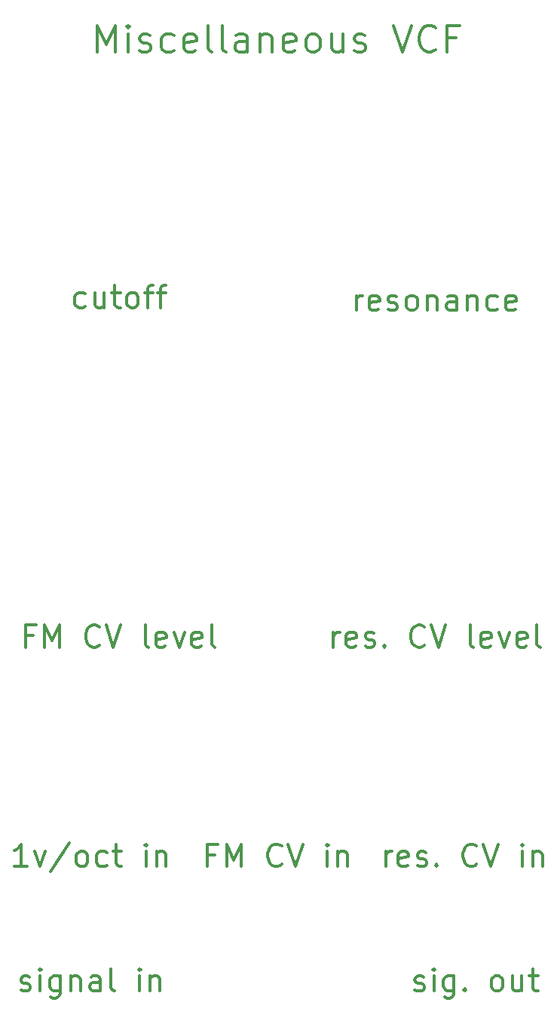
<source format=gbr>
%TF.GenerationSoftware,KiCad,Pcbnew,5.1.6-c6e7f7d~87~ubuntu18.04.1*%
%TF.CreationDate,2020-07-29T19:06:40-04:00*%
%TF.ProjectId,front_panel,66726f6e-745f-4706-916e-656c2e6b6963,rev?*%
%TF.SameCoordinates,Original*%
%TF.FileFunction,Legend,Top*%
%TF.FilePolarity,Positive*%
%FSLAX46Y46*%
G04 Gerber Fmt 4.6, Leading zero omitted, Abs format (unit mm)*
G04 Created by KiCad (PCBNEW 5.1.6-c6e7f7d~87~ubuntu18.04.1) date 2020-07-29 19:06:40*
%MOMM*%
%LPD*%
G01*
G04 APERTURE LIST*
%ADD10C,0.300000*%
G04 APERTURE END LIST*
D10*
X10085714Y-10247142D02*
X10085714Y-7247142D01*
X11085714Y-9390000D01*
X12085714Y-7247142D01*
X12085714Y-10247142D01*
X13514285Y-10247142D02*
X13514285Y-8247142D01*
X13514285Y-7247142D02*
X13371428Y-7390000D01*
X13514285Y-7532857D01*
X13657142Y-7390000D01*
X13514285Y-7247142D01*
X13514285Y-7532857D01*
X14799999Y-10104285D02*
X15085714Y-10247142D01*
X15657142Y-10247142D01*
X15942857Y-10104285D01*
X16085714Y-9818571D01*
X16085714Y-9675714D01*
X15942857Y-9390000D01*
X15657142Y-9247142D01*
X15228571Y-9247142D01*
X14942857Y-9104285D01*
X14799999Y-8818571D01*
X14799999Y-8675714D01*
X14942857Y-8390000D01*
X15228571Y-8247142D01*
X15657142Y-8247142D01*
X15942857Y-8390000D01*
X18657142Y-10104285D02*
X18371428Y-10247142D01*
X17800000Y-10247142D01*
X17514285Y-10104285D01*
X17371428Y-9961428D01*
X17228571Y-9675714D01*
X17228571Y-8818571D01*
X17371428Y-8532857D01*
X17514285Y-8390000D01*
X17800000Y-8247142D01*
X18371428Y-8247142D01*
X18657142Y-8390000D01*
X21085714Y-10104285D02*
X20800000Y-10247142D01*
X20228571Y-10247142D01*
X19942857Y-10104285D01*
X19800000Y-9818571D01*
X19800000Y-8675714D01*
X19942857Y-8390000D01*
X20228571Y-8247142D01*
X20800000Y-8247142D01*
X21085714Y-8390000D01*
X21228571Y-8675714D01*
X21228571Y-8961428D01*
X19800000Y-9247142D01*
X22942857Y-10247142D02*
X22657142Y-10104285D01*
X22514285Y-9818571D01*
X22514285Y-7247142D01*
X24514285Y-10247142D02*
X24228571Y-10104285D01*
X24085714Y-9818571D01*
X24085714Y-7247142D01*
X26942857Y-10247142D02*
X26942857Y-8675714D01*
X26799999Y-8390000D01*
X26514285Y-8247142D01*
X25942857Y-8247142D01*
X25657142Y-8390000D01*
X26942857Y-10104285D02*
X26657142Y-10247142D01*
X25942857Y-10247142D01*
X25657142Y-10104285D01*
X25514285Y-9818571D01*
X25514285Y-9532857D01*
X25657142Y-9247142D01*
X25942857Y-9104285D01*
X26657142Y-9104285D01*
X26942857Y-8961428D01*
X28371428Y-8247142D02*
X28371428Y-10247142D01*
X28371428Y-8532857D02*
X28514285Y-8390000D01*
X28799999Y-8247142D01*
X29228571Y-8247142D01*
X29514285Y-8390000D01*
X29657142Y-8675714D01*
X29657142Y-10247142D01*
X32228571Y-10104285D02*
X31942857Y-10247142D01*
X31371428Y-10247142D01*
X31085714Y-10104285D01*
X30942857Y-9818571D01*
X30942857Y-8675714D01*
X31085714Y-8390000D01*
X31371428Y-8247142D01*
X31942857Y-8247142D01*
X32228571Y-8390000D01*
X32371428Y-8675714D01*
X32371428Y-8961428D01*
X30942857Y-9247142D01*
X34085714Y-10247142D02*
X33800000Y-10104285D01*
X33657142Y-9961428D01*
X33514285Y-9675714D01*
X33514285Y-8818571D01*
X33657142Y-8532857D01*
X33800000Y-8390000D01*
X34085714Y-8247142D01*
X34514285Y-8247142D01*
X34800000Y-8390000D01*
X34942857Y-8532857D01*
X35085714Y-8818571D01*
X35085714Y-9675714D01*
X34942857Y-9961428D01*
X34800000Y-10104285D01*
X34514285Y-10247142D01*
X34085714Y-10247142D01*
X37657142Y-8247142D02*
X37657142Y-10247142D01*
X36371428Y-8247142D02*
X36371428Y-9818571D01*
X36514285Y-10104285D01*
X36799999Y-10247142D01*
X37228571Y-10247142D01*
X37514285Y-10104285D01*
X37657142Y-9961428D01*
X38942857Y-10104285D02*
X39228571Y-10247142D01*
X39799999Y-10247142D01*
X40085714Y-10104285D01*
X40228571Y-9818571D01*
X40228571Y-9675714D01*
X40085714Y-9390000D01*
X39799999Y-9247142D01*
X39371428Y-9247142D01*
X39085714Y-9104285D01*
X38942857Y-8818571D01*
X38942857Y-8675714D01*
X39085714Y-8390000D01*
X39371428Y-8247142D01*
X39799999Y-8247142D01*
X40085714Y-8390000D01*
X43371428Y-7247142D02*
X44371428Y-10247142D01*
X45371428Y-7247142D01*
X48085714Y-9961428D02*
X47942857Y-10104285D01*
X47514285Y-10247142D01*
X47228571Y-10247142D01*
X46800000Y-10104285D01*
X46514285Y-9818571D01*
X46371428Y-9532857D01*
X46228571Y-8961428D01*
X46228571Y-8532857D01*
X46371428Y-7961428D01*
X46514285Y-7675714D01*
X46800000Y-7390000D01*
X47228571Y-7247142D01*
X47514285Y-7247142D01*
X47942857Y-7390000D01*
X48085714Y-7532857D01*
X50371428Y-8675714D02*
X49371428Y-8675714D01*
X49371428Y-10247142D02*
X49371428Y-7247142D01*
X50800000Y-7247142D01*
X39151428Y-39230952D02*
X39151428Y-37564285D01*
X39151428Y-38040476D02*
X39270476Y-37802380D01*
X39389523Y-37683333D01*
X39627619Y-37564285D01*
X39865714Y-37564285D01*
X41651428Y-39111904D02*
X41413333Y-39230952D01*
X40937142Y-39230952D01*
X40699047Y-39111904D01*
X40580000Y-38873809D01*
X40580000Y-37921428D01*
X40699047Y-37683333D01*
X40937142Y-37564285D01*
X41413333Y-37564285D01*
X41651428Y-37683333D01*
X41770476Y-37921428D01*
X41770476Y-38159523D01*
X40580000Y-38397619D01*
X42722857Y-39111904D02*
X42960952Y-39230952D01*
X43437142Y-39230952D01*
X43675238Y-39111904D01*
X43794285Y-38873809D01*
X43794285Y-38754761D01*
X43675238Y-38516666D01*
X43437142Y-38397619D01*
X43080000Y-38397619D01*
X42841904Y-38278571D01*
X42722857Y-38040476D01*
X42722857Y-37921428D01*
X42841904Y-37683333D01*
X43080000Y-37564285D01*
X43437142Y-37564285D01*
X43675238Y-37683333D01*
X45222857Y-39230952D02*
X44984761Y-39111904D01*
X44865714Y-38992857D01*
X44746666Y-38754761D01*
X44746666Y-38040476D01*
X44865714Y-37802380D01*
X44984761Y-37683333D01*
X45222857Y-37564285D01*
X45580000Y-37564285D01*
X45818095Y-37683333D01*
X45937142Y-37802380D01*
X46056190Y-38040476D01*
X46056190Y-38754761D01*
X45937142Y-38992857D01*
X45818095Y-39111904D01*
X45580000Y-39230952D01*
X45222857Y-39230952D01*
X47127619Y-37564285D02*
X47127619Y-39230952D01*
X47127619Y-37802380D02*
X47246666Y-37683333D01*
X47484761Y-37564285D01*
X47841904Y-37564285D01*
X48080000Y-37683333D01*
X48199047Y-37921428D01*
X48199047Y-39230952D01*
X50460952Y-39230952D02*
X50460952Y-37921428D01*
X50341904Y-37683333D01*
X50103809Y-37564285D01*
X49627619Y-37564285D01*
X49389523Y-37683333D01*
X50460952Y-39111904D02*
X50222857Y-39230952D01*
X49627619Y-39230952D01*
X49389523Y-39111904D01*
X49270476Y-38873809D01*
X49270476Y-38635714D01*
X49389523Y-38397619D01*
X49627619Y-38278571D01*
X50222857Y-38278571D01*
X50460952Y-38159523D01*
X51651428Y-37564285D02*
X51651428Y-39230952D01*
X51651428Y-37802380D02*
X51770476Y-37683333D01*
X52008571Y-37564285D01*
X52365714Y-37564285D01*
X52603809Y-37683333D01*
X52722857Y-37921428D01*
X52722857Y-39230952D01*
X54984761Y-39111904D02*
X54746666Y-39230952D01*
X54270476Y-39230952D01*
X54032380Y-39111904D01*
X53913333Y-38992857D01*
X53794285Y-38754761D01*
X53794285Y-38040476D01*
X53913333Y-37802380D01*
X54032380Y-37683333D01*
X54270476Y-37564285D01*
X54746666Y-37564285D01*
X54984761Y-37683333D01*
X57008571Y-39111904D02*
X56770476Y-39230952D01*
X56294285Y-39230952D01*
X56056190Y-39111904D01*
X55937142Y-38873809D01*
X55937142Y-37921428D01*
X56056190Y-37683333D01*
X56294285Y-37564285D01*
X56770476Y-37564285D01*
X57008571Y-37683333D01*
X57127619Y-37921428D01*
X57127619Y-38159523D01*
X55937142Y-38397619D01*
X8710476Y-38811904D02*
X8472380Y-38930952D01*
X7996190Y-38930952D01*
X7758095Y-38811904D01*
X7639047Y-38692857D01*
X7520000Y-38454761D01*
X7520000Y-37740476D01*
X7639047Y-37502380D01*
X7758095Y-37383333D01*
X7996190Y-37264285D01*
X8472380Y-37264285D01*
X8710476Y-37383333D01*
X10853333Y-37264285D02*
X10853333Y-38930952D01*
X9781904Y-37264285D02*
X9781904Y-38573809D01*
X9900952Y-38811904D01*
X10139047Y-38930952D01*
X10496190Y-38930952D01*
X10734285Y-38811904D01*
X10853333Y-38692857D01*
X11686666Y-37264285D02*
X12639047Y-37264285D01*
X12043809Y-36430952D02*
X12043809Y-38573809D01*
X12162857Y-38811904D01*
X12400952Y-38930952D01*
X12639047Y-38930952D01*
X13829523Y-38930952D02*
X13591428Y-38811904D01*
X13472380Y-38692857D01*
X13353333Y-38454761D01*
X13353333Y-37740476D01*
X13472380Y-37502380D01*
X13591428Y-37383333D01*
X13829523Y-37264285D01*
X14186666Y-37264285D01*
X14424761Y-37383333D01*
X14543809Y-37502380D01*
X14662857Y-37740476D01*
X14662857Y-38454761D01*
X14543809Y-38692857D01*
X14424761Y-38811904D01*
X14186666Y-38930952D01*
X13829523Y-38930952D01*
X15377142Y-37264285D02*
X16329523Y-37264285D01*
X15734285Y-38930952D02*
X15734285Y-36788095D01*
X15853333Y-36550000D01*
X16091428Y-36430952D01*
X16329523Y-36430952D01*
X16805714Y-37264285D02*
X17758095Y-37264285D01*
X17162857Y-38930952D02*
X17162857Y-36788095D01*
X17281904Y-36550000D01*
X17520000Y-36430952D01*
X17758095Y-36430952D01*
X36591904Y-77030952D02*
X36591904Y-75364285D01*
X36591904Y-75840476D02*
X36710952Y-75602380D01*
X36830000Y-75483333D01*
X37068095Y-75364285D01*
X37306190Y-75364285D01*
X39091904Y-76911904D02*
X38853809Y-77030952D01*
X38377619Y-77030952D01*
X38139523Y-76911904D01*
X38020476Y-76673809D01*
X38020476Y-75721428D01*
X38139523Y-75483333D01*
X38377619Y-75364285D01*
X38853809Y-75364285D01*
X39091904Y-75483333D01*
X39210952Y-75721428D01*
X39210952Y-75959523D01*
X38020476Y-76197619D01*
X40163333Y-76911904D02*
X40401428Y-77030952D01*
X40877619Y-77030952D01*
X41115714Y-76911904D01*
X41234761Y-76673809D01*
X41234761Y-76554761D01*
X41115714Y-76316666D01*
X40877619Y-76197619D01*
X40520476Y-76197619D01*
X40282380Y-76078571D01*
X40163333Y-75840476D01*
X40163333Y-75721428D01*
X40282380Y-75483333D01*
X40520476Y-75364285D01*
X40877619Y-75364285D01*
X41115714Y-75483333D01*
X42306190Y-76792857D02*
X42425238Y-76911904D01*
X42306190Y-77030952D01*
X42187142Y-76911904D01*
X42306190Y-76792857D01*
X42306190Y-77030952D01*
X46830000Y-76792857D02*
X46710952Y-76911904D01*
X46353809Y-77030952D01*
X46115714Y-77030952D01*
X45758571Y-76911904D01*
X45520476Y-76673809D01*
X45401428Y-76435714D01*
X45282380Y-75959523D01*
X45282380Y-75602380D01*
X45401428Y-75126190D01*
X45520476Y-74888095D01*
X45758571Y-74650000D01*
X46115714Y-74530952D01*
X46353809Y-74530952D01*
X46710952Y-74650000D01*
X46830000Y-74769047D01*
X47544285Y-74530952D02*
X48377619Y-77030952D01*
X49210952Y-74530952D01*
X52306190Y-77030952D02*
X52068095Y-76911904D01*
X51949047Y-76673809D01*
X51949047Y-74530952D01*
X54210952Y-76911904D02*
X53972857Y-77030952D01*
X53496666Y-77030952D01*
X53258571Y-76911904D01*
X53139523Y-76673809D01*
X53139523Y-75721428D01*
X53258571Y-75483333D01*
X53496666Y-75364285D01*
X53972857Y-75364285D01*
X54210952Y-75483333D01*
X54330000Y-75721428D01*
X54330000Y-75959523D01*
X53139523Y-76197619D01*
X55163333Y-75364285D02*
X55758571Y-77030952D01*
X56353809Y-75364285D01*
X58258571Y-76911904D02*
X58020476Y-77030952D01*
X57544285Y-77030952D01*
X57306190Y-76911904D01*
X57187142Y-76673809D01*
X57187142Y-75721428D01*
X57306190Y-75483333D01*
X57544285Y-75364285D01*
X58020476Y-75364285D01*
X58258571Y-75483333D01*
X58377619Y-75721428D01*
X58377619Y-75959523D01*
X57187142Y-76197619D01*
X59806190Y-77030952D02*
X59568095Y-76911904D01*
X59449047Y-76673809D01*
X59449047Y-74530952D01*
X2817619Y-75721428D02*
X1984285Y-75721428D01*
X1984285Y-77030952D02*
X1984285Y-74530952D01*
X3174761Y-74530952D01*
X4127142Y-77030952D02*
X4127142Y-74530952D01*
X4960476Y-76316666D01*
X5793809Y-74530952D01*
X5793809Y-77030952D01*
X10317619Y-76792857D02*
X10198571Y-76911904D01*
X9841428Y-77030952D01*
X9603333Y-77030952D01*
X9246190Y-76911904D01*
X9008095Y-76673809D01*
X8889047Y-76435714D01*
X8770000Y-75959523D01*
X8770000Y-75602380D01*
X8889047Y-75126190D01*
X9008095Y-74888095D01*
X9246190Y-74650000D01*
X9603333Y-74530952D01*
X9841428Y-74530952D01*
X10198571Y-74650000D01*
X10317619Y-74769047D01*
X11031904Y-74530952D02*
X11865238Y-77030952D01*
X12698571Y-74530952D01*
X15793809Y-77030952D02*
X15555714Y-76911904D01*
X15436666Y-76673809D01*
X15436666Y-74530952D01*
X17698571Y-76911904D02*
X17460476Y-77030952D01*
X16984285Y-77030952D01*
X16746190Y-76911904D01*
X16627142Y-76673809D01*
X16627142Y-75721428D01*
X16746190Y-75483333D01*
X16984285Y-75364285D01*
X17460476Y-75364285D01*
X17698571Y-75483333D01*
X17817619Y-75721428D01*
X17817619Y-75959523D01*
X16627142Y-76197619D01*
X18650952Y-75364285D02*
X19246190Y-77030952D01*
X19841428Y-75364285D01*
X21746190Y-76911904D02*
X21508095Y-77030952D01*
X21031904Y-77030952D01*
X20793809Y-76911904D01*
X20674761Y-76673809D01*
X20674761Y-75721428D01*
X20793809Y-75483333D01*
X21031904Y-75364285D01*
X21508095Y-75364285D01*
X21746190Y-75483333D01*
X21865238Y-75721428D01*
X21865238Y-75959523D01*
X20674761Y-76197619D01*
X23293809Y-77030952D02*
X23055714Y-76911904D01*
X22936666Y-76673809D01*
X22936666Y-74530952D01*
X45739285Y-115461904D02*
X45977380Y-115580952D01*
X46453571Y-115580952D01*
X46691666Y-115461904D01*
X46810714Y-115223809D01*
X46810714Y-115104761D01*
X46691666Y-114866666D01*
X46453571Y-114747619D01*
X46096428Y-114747619D01*
X45858333Y-114628571D01*
X45739285Y-114390476D01*
X45739285Y-114271428D01*
X45858333Y-114033333D01*
X46096428Y-113914285D01*
X46453571Y-113914285D01*
X46691666Y-114033333D01*
X47882142Y-115580952D02*
X47882142Y-113914285D01*
X47882142Y-113080952D02*
X47763095Y-113200000D01*
X47882142Y-113319047D01*
X48001190Y-113200000D01*
X47882142Y-113080952D01*
X47882142Y-113319047D01*
X50144047Y-113914285D02*
X50144047Y-115938095D01*
X50025000Y-116176190D01*
X49905952Y-116295238D01*
X49667857Y-116414285D01*
X49310714Y-116414285D01*
X49072619Y-116295238D01*
X50144047Y-115461904D02*
X49905952Y-115580952D01*
X49429761Y-115580952D01*
X49191666Y-115461904D01*
X49072619Y-115342857D01*
X48953571Y-115104761D01*
X48953571Y-114390476D01*
X49072619Y-114152380D01*
X49191666Y-114033333D01*
X49429761Y-113914285D01*
X49905952Y-113914285D01*
X50144047Y-114033333D01*
X51334523Y-115342857D02*
X51453571Y-115461904D01*
X51334523Y-115580952D01*
X51215476Y-115461904D01*
X51334523Y-115342857D01*
X51334523Y-115580952D01*
X54786904Y-115580952D02*
X54548809Y-115461904D01*
X54429761Y-115342857D01*
X54310714Y-115104761D01*
X54310714Y-114390476D01*
X54429761Y-114152380D01*
X54548809Y-114033333D01*
X54786904Y-113914285D01*
X55144047Y-113914285D01*
X55382142Y-114033333D01*
X55501190Y-114152380D01*
X55620238Y-114390476D01*
X55620238Y-115104761D01*
X55501190Y-115342857D01*
X55382142Y-115461904D01*
X55144047Y-115580952D01*
X54786904Y-115580952D01*
X57763095Y-113914285D02*
X57763095Y-115580952D01*
X56691666Y-113914285D02*
X56691666Y-115223809D01*
X56810714Y-115461904D01*
X57048809Y-115580952D01*
X57405952Y-115580952D01*
X57644047Y-115461904D01*
X57763095Y-115342857D01*
X58596428Y-113914285D02*
X59548809Y-113914285D01*
X58953571Y-113080952D02*
X58953571Y-115223809D01*
X59072619Y-115461904D01*
X59310714Y-115580952D01*
X59548809Y-115580952D01*
X1487857Y-115461904D02*
X1725952Y-115580952D01*
X2202142Y-115580952D01*
X2440238Y-115461904D01*
X2559285Y-115223809D01*
X2559285Y-115104761D01*
X2440238Y-114866666D01*
X2202142Y-114747619D01*
X1845000Y-114747619D01*
X1606904Y-114628571D01*
X1487857Y-114390476D01*
X1487857Y-114271428D01*
X1606904Y-114033333D01*
X1845000Y-113914285D01*
X2202142Y-113914285D01*
X2440238Y-114033333D01*
X3630714Y-115580952D02*
X3630714Y-113914285D01*
X3630714Y-113080952D02*
X3511666Y-113200000D01*
X3630714Y-113319047D01*
X3749761Y-113200000D01*
X3630714Y-113080952D01*
X3630714Y-113319047D01*
X5892619Y-113914285D02*
X5892619Y-115938095D01*
X5773571Y-116176190D01*
X5654523Y-116295238D01*
X5416428Y-116414285D01*
X5059285Y-116414285D01*
X4821190Y-116295238D01*
X5892619Y-115461904D02*
X5654523Y-115580952D01*
X5178333Y-115580952D01*
X4940238Y-115461904D01*
X4821190Y-115342857D01*
X4702142Y-115104761D01*
X4702142Y-114390476D01*
X4821190Y-114152380D01*
X4940238Y-114033333D01*
X5178333Y-113914285D01*
X5654523Y-113914285D01*
X5892619Y-114033333D01*
X7083095Y-113914285D02*
X7083095Y-115580952D01*
X7083095Y-114152380D02*
X7202142Y-114033333D01*
X7440238Y-113914285D01*
X7797380Y-113914285D01*
X8035476Y-114033333D01*
X8154523Y-114271428D01*
X8154523Y-115580952D01*
X10416428Y-115580952D02*
X10416428Y-114271428D01*
X10297380Y-114033333D01*
X10059285Y-113914285D01*
X9583095Y-113914285D01*
X9345000Y-114033333D01*
X10416428Y-115461904D02*
X10178333Y-115580952D01*
X9583095Y-115580952D01*
X9345000Y-115461904D01*
X9225952Y-115223809D01*
X9225952Y-114985714D01*
X9345000Y-114747619D01*
X9583095Y-114628571D01*
X10178333Y-114628571D01*
X10416428Y-114509523D01*
X11964047Y-115580952D02*
X11725952Y-115461904D01*
X11606904Y-115223809D01*
X11606904Y-113080952D01*
X14821190Y-115580952D02*
X14821190Y-113914285D01*
X14821190Y-113080952D02*
X14702142Y-113200000D01*
X14821190Y-113319047D01*
X14940238Y-113200000D01*
X14821190Y-113080952D01*
X14821190Y-113319047D01*
X16011666Y-113914285D02*
X16011666Y-115580952D01*
X16011666Y-114152380D02*
X16130714Y-114033333D01*
X16368809Y-113914285D01*
X16725952Y-113914285D01*
X16964047Y-114033333D01*
X17083095Y-114271428D01*
X17083095Y-115580952D01*
X42445476Y-101610952D02*
X42445476Y-99944285D01*
X42445476Y-100420476D02*
X42564523Y-100182380D01*
X42683571Y-100063333D01*
X42921666Y-99944285D01*
X43159761Y-99944285D01*
X44945476Y-101491904D02*
X44707380Y-101610952D01*
X44231190Y-101610952D01*
X43993095Y-101491904D01*
X43874047Y-101253809D01*
X43874047Y-100301428D01*
X43993095Y-100063333D01*
X44231190Y-99944285D01*
X44707380Y-99944285D01*
X44945476Y-100063333D01*
X45064523Y-100301428D01*
X45064523Y-100539523D01*
X43874047Y-100777619D01*
X46016904Y-101491904D02*
X46255000Y-101610952D01*
X46731190Y-101610952D01*
X46969285Y-101491904D01*
X47088333Y-101253809D01*
X47088333Y-101134761D01*
X46969285Y-100896666D01*
X46731190Y-100777619D01*
X46374047Y-100777619D01*
X46135952Y-100658571D01*
X46016904Y-100420476D01*
X46016904Y-100301428D01*
X46135952Y-100063333D01*
X46374047Y-99944285D01*
X46731190Y-99944285D01*
X46969285Y-100063333D01*
X48159761Y-101372857D02*
X48278809Y-101491904D01*
X48159761Y-101610952D01*
X48040714Y-101491904D01*
X48159761Y-101372857D01*
X48159761Y-101610952D01*
X52683571Y-101372857D02*
X52564523Y-101491904D01*
X52207380Y-101610952D01*
X51969285Y-101610952D01*
X51612142Y-101491904D01*
X51374047Y-101253809D01*
X51255000Y-101015714D01*
X51135952Y-100539523D01*
X51135952Y-100182380D01*
X51255000Y-99706190D01*
X51374047Y-99468095D01*
X51612142Y-99230000D01*
X51969285Y-99110952D01*
X52207380Y-99110952D01*
X52564523Y-99230000D01*
X52683571Y-99349047D01*
X53397857Y-99110952D02*
X54231190Y-101610952D01*
X55064523Y-99110952D01*
X57802619Y-101610952D02*
X57802619Y-99944285D01*
X57802619Y-99110952D02*
X57683571Y-99230000D01*
X57802619Y-99349047D01*
X57921666Y-99230000D01*
X57802619Y-99110952D01*
X57802619Y-99349047D01*
X58993095Y-99944285D02*
X58993095Y-101610952D01*
X58993095Y-100182380D02*
X59112142Y-100063333D01*
X59350238Y-99944285D01*
X59707380Y-99944285D01*
X59945476Y-100063333D01*
X60064523Y-100301428D01*
X60064523Y-101610952D01*
X23276190Y-100301428D02*
X22442857Y-100301428D01*
X22442857Y-101610952D02*
X22442857Y-99110952D01*
X23633333Y-99110952D01*
X24585714Y-101610952D02*
X24585714Y-99110952D01*
X25419047Y-100896666D01*
X26252380Y-99110952D01*
X26252380Y-101610952D01*
X30776190Y-101372857D02*
X30657142Y-101491904D01*
X30300000Y-101610952D01*
X30061904Y-101610952D01*
X29704761Y-101491904D01*
X29466666Y-101253809D01*
X29347619Y-101015714D01*
X29228571Y-100539523D01*
X29228571Y-100182380D01*
X29347619Y-99706190D01*
X29466666Y-99468095D01*
X29704761Y-99230000D01*
X30061904Y-99110952D01*
X30300000Y-99110952D01*
X30657142Y-99230000D01*
X30776190Y-99349047D01*
X31490476Y-99110952D02*
X32323809Y-101610952D01*
X33157142Y-99110952D01*
X35895238Y-101610952D02*
X35895238Y-99944285D01*
X35895238Y-99110952D02*
X35776190Y-99230000D01*
X35895238Y-99349047D01*
X36014285Y-99230000D01*
X35895238Y-99110952D01*
X35895238Y-99349047D01*
X37085714Y-99944285D02*
X37085714Y-101610952D01*
X37085714Y-100182380D02*
X37204761Y-100063333D01*
X37442857Y-99944285D01*
X37800000Y-99944285D01*
X38038095Y-100063333D01*
X38157142Y-100301428D01*
X38157142Y-101610952D01*
X2202142Y-101610952D02*
X773571Y-101610952D01*
X1487857Y-101610952D02*
X1487857Y-99110952D01*
X1249761Y-99468095D01*
X1011666Y-99706190D01*
X773571Y-99825238D01*
X3035476Y-99944285D02*
X3630714Y-101610952D01*
X4225952Y-99944285D01*
X6964047Y-98991904D02*
X4821190Y-102206190D01*
X8154523Y-101610952D02*
X7916428Y-101491904D01*
X7797380Y-101372857D01*
X7678333Y-101134761D01*
X7678333Y-100420476D01*
X7797380Y-100182380D01*
X7916428Y-100063333D01*
X8154523Y-99944285D01*
X8511666Y-99944285D01*
X8749761Y-100063333D01*
X8868809Y-100182380D01*
X8987857Y-100420476D01*
X8987857Y-101134761D01*
X8868809Y-101372857D01*
X8749761Y-101491904D01*
X8511666Y-101610952D01*
X8154523Y-101610952D01*
X11130714Y-101491904D02*
X10892619Y-101610952D01*
X10416428Y-101610952D01*
X10178333Y-101491904D01*
X10059285Y-101372857D01*
X9940238Y-101134761D01*
X9940238Y-100420476D01*
X10059285Y-100182380D01*
X10178333Y-100063333D01*
X10416428Y-99944285D01*
X10892619Y-99944285D01*
X11130714Y-100063333D01*
X11845000Y-99944285D02*
X12797380Y-99944285D01*
X12202142Y-99110952D02*
X12202142Y-101253809D01*
X12321190Y-101491904D01*
X12559285Y-101610952D01*
X12797380Y-101610952D01*
X15535476Y-101610952D02*
X15535476Y-99944285D01*
X15535476Y-99110952D02*
X15416428Y-99230000D01*
X15535476Y-99349047D01*
X15654523Y-99230000D01*
X15535476Y-99110952D01*
X15535476Y-99349047D01*
X16725952Y-99944285D02*
X16725952Y-101610952D01*
X16725952Y-100182380D02*
X16845000Y-100063333D01*
X17083095Y-99944285D01*
X17440238Y-99944285D01*
X17678333Y-100063333D01*
X17797380Y-100301428D01*
X17797380Y-101610952D01*
M02*

</source>
